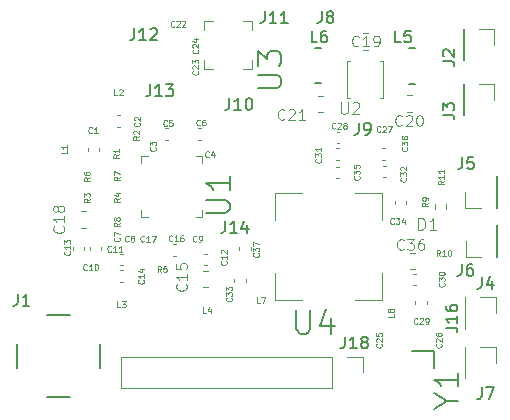
<source format=gbr>
G04 #@! TF.GenerationSoftware,KiCad,Pcbnew,(5.1.0)-1*
G04 #@! TF.CreationDate,2019-06-03T19:39:10-07:00*
G04 #@! TF.ProjectId,SDCard-PCB,53444361-7264-42d5-9043-422e6b696361,rev?*
G04 #@! TF.SameCoordinates,Original*
G04 #@! TF.FileFunction,Legend,Top*
G04 #@! TF.FilePolarity,Positive*
%FSLAX46Y46*%
G04 Gerber Fmt 4.6, Leading zero omitted, Abs format (unit mm)*
G04 Created by KiCad (PCBNEW (5.1.0)-1) date 2019-06-03 19:39:10*
%MOMM*%
%LPD*%
G04 APERTURE LIST*
%ADD10C,0.100000*%
%ADD11C,0.150000*%
%ADD12C,0.120000*%
%ADD13C,0.200000*%
%ADD14C,0.050000*%
%ADD15C,0.090000*%
G04 APERTURE END LIST*
D10*
X116595000Y-65415000D02*
X116045000Y-65415000D01*
X116595000Y-65965000D02*
X116595000Y-65415000D01*
X116595000Y-70575000D02*
X116045000Y-70575000D01*
X116595000Y-70025000D02*
X116595000Y-70575000D01*
X111435000Y-70575000D02*
X111985000Y-70575000D01*
X111435000Y-70025000D02*
X111435000Y-70575000D01*
X111435000Y-65415000D02*
X111985000Y-65415000D01*
X111435000Y-65965000D02*
X111435000Y-65415000D01*
D11*
X126640000Y-59270000D02*
X126140000Y-59270000D01*
X126140000Y-56270000D02*
X126640000Y-56270000D01*
D10*
X117105000Y-75110000D02*
X116695000Y-75110000D01*
X117105000Y-76510000D02*
X116695000Y-76510000D01*
X117005000Y-73680000D02*
X116755000Y-73680000D01*
X117005000Y-74640000D02*
X116755000Y-74640000D01*
D11*
X136229800Y-81891200D02*
X134401000Y-81891200D01*
X136229800Y-83389800D02*
X136229800Y-81891200D01*
D10*
X122780000Y-77620000D02*
X125045000Y-77620000D01*
X122780000Y-75355000D02*
X122780000Y-77620000D01*
X122780000Y-68560000D02*
X125045000Y-68560000D01*
X122780000Y-70825000D02*
X122780000Y-68560000D01*
X131840000Y-68560000D02*
X129575000Y-68560000D01*
X131840000Y-70825000D02*
X131840000Y-68560000D01*
X131840000Y-77620000D02*
X129575000Y-77620000D01*
X131840000Y-75355000D02*
X131840000Y-77620000D01*
X134185000Y-74990000D02*
X134595000Y-74990000D01*
X134185000Y-73590000D02*
X134595000Y-73590000D01*
X116750000Y-53950000D02*
X116750000Y-54710000D01*
X117510000Y-53950000D02*
X116750000Y-53950000D01*
X120850000Y-53950000D02*
X120850000Y-54710000D01*
X120090000Y-53950000D02*
X120850000Y-53950000D01*
X120850000Y-58050000D02*
X120850000Y-57290000D01*
X120090000Y-58050000D02*
X120850000Y-58050000D01*
X116750000Y-58050000D02*
X116750000Y-57290000D01*
X117510000Y-58050000D02*
X116750000Y-58050000D01*
X128850000Y-57390000D02*
X129120000Y-57390000D01*
X128850000Y-60490000D02*
X128850000Y-57390000D01*
X129120000Y-60490000D02*
X128850000Y-60490000D01*
X131950000Y-57390000D02*
X131680000Y-57390000D01*
X131950000Y-60490000D02*
X131950000Y-57390000D01*
X131680000Y-60490000D02*
X131950000Y-60490000D01*
D11*
X134090000Y-56300000D02*
X134590000Y-56300000D01*
X134590000Y-59300000D02*
X134090000Y-59300000D01*
D12*
X130180000Y-82400000D02*
X130180000Y-83730000D01*
X128850000Y-82400000D02*
X130180000Y-82400000D01*
X127580000Y-82400000D02*
X127580000Y-85060000D01*
X127580000Y-85060000D02*
X109740000Y-85060000D01*
X127580000Y-82400000D02*
X109740000Y-82400000D01*
X109740000Y-82400000D02*
X109740000Y-85060000D01*
X141480000Y-81580000D02*
X141480000Y-82910000D01*
X140150000Y-81580000D02*
X141480000Y-81580000D01*
X138880000Y-81580000D02*
X138880000Y-84240000D01*
X138880000Y-84240000D02*
X138820000Y-84240000D01*
X138880000Y-81580000D02*
X138820000Y-81580000D01*
X138820000Y-81580000D02*
X138820000Y-84240000D01*
X138900000Y-73930000D02*
X138900000Y-72600000D01*
X140230000Y-73930000D02*
X138900000Y-73930000D01*
X141500000Y-73930000D02*
X141500000Y-71270000D01*
X141500000Y-71270000D02*
X141560000Y-71270000D01*
X141500000Y-73930000D02*
X141560000Y-73930000D01*
X141560000Y-73930000D02*
X141560000Y-71270000D01*
X138870000Y-69780000D02*
X138870000Y-68450000D01*
X140200000Y-69780000D02*
X138870000Y-69780000D01*
X141470000Y-69780000D02*
X141470000Y-67120000D01*
X141470000Y-67120000D02*
X141530000Y-67120000D01*
X141470000Y-69780000D02*
X141530000Y-69780000D01*
X141530000Y-69780000D02*
X141530000Y-67120000D01*
X141480000Y-77380000D02*
X141480000Y-78710000D01*
X140150000Y-77380000D02*
X141480000Y-77380000D01*
X138880000Y-77380000D02*
X138880000Y-80040000D01*
X138880000Y-80040000D02*
X138820000Y-80040000D01*
X138880000Y-77380000D02*
X138820000Y-77380000D01*
X138820000Y-77380000D02*
X138820000Y-80040000D01*
X141340000Y-59310000D02*
X141340000Y-60640000D01*
X140010000Y-59310000D02*
X141340000Y-59310000D01*
X138740000Y-59310000D02*
X138740000Y-61970000D01*
X138740000Y-61970000D02*
X138680000Y-61970000D01*
X138740000Y-59310000D02*
X138680000Y-59310000D01*
X138680000Y-59310000D02*
X138680000Y-61970000D01*
X141340000Y-54660000D02*
X141340000Y-55990000D01*
X140010000Y-54660000D02*
X141340000Y-54660000D01*
X138740000Y-54660000D02*
X138740000Y-57320000D01*
X138740000Y-57320000D02*
X138680000Y-57320000D01*
X138740000Y-54660000D02*
X138680000Y-54660000D01*
X138680000Y-54660000D02*
X138680000Y-57320000D01*
D11*
X107940000Y-81350000D02*
X107940000Y-83350000D01*
X103440000Y-78850000D02*
X105440000Y-78850000D01*
X100940000Y-83350000D02*
X100940000Y-81350000D01*
X105440000Y-85850000D02*
X103440000Y-85850000D01*
D10*
X137250000Y-69875000D02*
X137250000Y-69485000D01*
X136350000Y-69875000D02*
X136350000Y-69485000D01*
X131865000Y-65730000D02*
X132115000Y-65730000D01*
X131865000Y-64770000D02*
X132115000Y-64770000D01*
X119760000Y-73095000D02*
X119760000Y-73345000D01*
X120720000Y-73095000D02*
X120720000Y-73345000D01*
X127945000Y-67280000D02*
X128195000Y-67280000D01*
X127945000Y-66320000D02*
X128195000Y-66320000D01*
X132890000Y-69245000D02*
X132890000Y-69495000D01*
X133850000Y-69245000D02*
X133850000Y-69495000D01*
X119320000Y-75855000D02*
X119320000Y-76105000D01*
X120280000Y-75855000D02*
X120280000Y-76105000D01*
X131905000Y-67230000D02*
X132155000Y-67230000D01*
X131905000Y-66270000D02*
X132155000Y-66270000D01*
X127945000Y-65730000D02*
X128195000Y-65730000D01*
X127945000Y-64770000D02*
X128195000Y-64770000D01*
X134465000Y-76330000D02*
X134715000Y-76330000D01*
X134465000Y-75370000D02*
X134715000Y-75370000D01*
X135620000Y-77935000D02*
X135620000Y-77685000D01*
X134660000Y-77935000D02*
X134660000Y-77685000D01*
X127975000Y-64300000D02*
X128225000Y-64300000D01*
X127975000Y-63340000D02*
X128225000Y-63340000D01*
X126825000Y-60330000D02*
X126415000Y-60330000D01*
X126825000Y-61730000D02*
X126415000Y-61730000D01*
X133975000Y-61650000D02*
X134385000Y-61650000D01*
X133975000Y-60250000D02*
X134385000Y-60250000D01*
X130255000Y-56420000D02*
X130665000Y-56420000D01*
X130255000Y-55020000D02*
X130665000Y-55020000D01*
X106775000Y-70070000D02*
X106365000Y-70070000D01*
X106775000Y-71470000D02*
X106365000Y-71470000D01*
X114165000Y-73840000D02*
X114415000Y-73840000D01*
X114165000Y-72880000D02*
X114415000Y-72880000D01*
X109905000Y-75080000D02*
X109655000Y-75080000D01*
X109905000Y-76040000D02*
X109655000Y-76040000D01*
X106620000Y-73395000D02*
X106620000Y-73145000D01*
X105660000Y-73395000D02*
X105660000Y-73145000D01*
X109905000Y-73670000D02*
X109655000Y-73670000D01*
X109905000Y-74630000D02*
X109655000Y-74630000D01*
X108060000Y-73395000D02*
X108060000Y-73145000D01*
X107100000Y-73395000D02*
X107100000Y-73145000D01*
X116265000Y-64030000D02*
X116515000Y-64030000D01*
X116265000Y-63070000D02*
X116515000Y-63070000D01*
X113705000Y-63070000D02*
X113455000Y-63070000D01*
X113705000Y-64030000D02*
X113455000Y-64030000D01*
X109625000Y-61970000D02*
X109375000Y-61970000D01*
X109625000Y-62930000D02*
X109375000Y-62930000D01*
X107870000Y-64965000D02*
X107870000Y-64715000D01*
X106910000Y-64965000D02*
X106910000Y-64715000D01*
D13*
X116919761Y-70268809D02*
X118538809Y-70268809D01*
X118729285Y-70173571D01*
X118824523Y-70078333D01*
X118919761Y-69887857D01*
X118919761Y-69506904D01*
X118824523Y-69316428D01*
X118729285Y-69221190D01*
X118538809Y-69125952D01*
X116919761Y-69125952D01*
X118919761Y-67125952D02*
X118919761Y-68268809D01*
X118919761Y-67697380D02*
X116919761Y-67697380D01*
X117205476Y-67887857D01*
X117395952Y-68078333D01*
X117491190Y-68268809D01*
D14*
X116116666Y-72628571D02*
X116092857Y-72652380D01*
X116021428Y-72676190D01*
X115973809Y-72676190D01*
X115902380Y-72652380D01*
X115854761Y-72604761D01*
X115830952Y-72557142D01*
X115807142Y-72461904D01*
X115807142Y-72390476D01*
X115830952Y-72295238D01*
X115854761Y-72247619D01*
X115902380Y-72200000D01*
X115973809Y-72176190D01*
X116021428Y-72176190D01*
X116092857Y-72200000D01*
X116116666Y-72223809D01*
X116354761Y-72676190D02*
X116450000Y-72676190D01*
X116497619Y-72652380D01*
X116521428Y-72628571D01*
X116569047Y-72557142D01*
X116592857Y-72461904D01*
X116592857Y-72271428D01*
X116569047Y-72223809D01*
X116545238Y-72200000D01*
X116497619Y-72176190D01*
X116402380Y-72176190D01*
X116354761Y-72200000D01*
X116330952Y-72223809D01*
X116307142Y-72271428D01*
X116307142Y-72390476D01*
X116330952Y-72438095D01*
X116354761Y-72461904D01*
X116402380Y-72485714D01*
X116497619Y-72485714D01*
X116545238Y-72461904D01*
X116569047Y-72438095D01*
X116592857Y-72390476D01*
X117166666Y-65478571D02*
X117142857Y-65502380D01*
X117071428Y-65526190D01*
X117023809Y-65526190D01*
X116952380Y-65502380D01*
X116904761Y-65454761D01*
X116880952Y-65407142D01*
X116857142Y-65311904D01*
X116857142Y-65240476D01*
X116880952Y-65145238D01*
X116904761Y-65097619D01*
X116952380Y-65050000D01*
X117023809Y-65026190D01*
X117071428Y-65026190D01*
X117142857Y-65050000D01*
X117166666Y-65073809D01*
X117595238Y-65192857D02*
X117595238Y-65526190D01*
X117476190Y-65002380D02*
X117357142Y-65359523D01*
X117666666Y-65359523D01*
X112628571Y-64683333D02*
X112652380Y-64707142D01*
X112676190Y-64778571D01*
X112676190Y-64826190D01*
X112652380Y-64897619D01*
X112604761Y-64945238D01*
X112557142Y-64969047D01*
X112461904Y-64992857D01*
X112390476Y-64992857D01*
X112295238Y-64969047D01*
X112247619Y-64945238D01*
X112200000Y-64897619D01*
X112176190Y-64826190D01*
X112176190Y-64778571D01*
X112200000Y-64707142D01*
X112223809Y-64683333D01*
X112176190Y-64516666D02*
X112176190Y-64207142D01*
X112366666Y-64373809D01*
X112366666Y-64302380D01*
X112390476Y-64254761D01*
X112414285Y-64230952D01*
X112461904Y-64207142D01*
X112580952Y-64207142D01*
X112628571Y-64230952D01*
X112652380Y-64254761D01*
X112676190Y-64302380D01*
X112676190Y-64445238D01*
X112652380Y-64492857D01*
X112628571Y-64516666D01*
X110366666Y-72628571D02*
X110342857Y-72652380D01*
X110271428Y-72676190D01*
X110223809Y-72676190D01*
X110152380Y-72652380D01*
X110104761Y-72604761D01*
X110080952Y-72557142D01*
X110057142Y-72461904D01*
X110057142Y-72390476D01*
X110080952Y-72295238D01*
X110104761Y-72247619D01*
X110152380Y-72200000D01*
X110223809Y-72176190D01*
X110271428Y-72176190D01*
X110342857Y-72200000D01*
X110366666Y-72223809D01*
X110652380Y-72390476D02*
X110604761Y-72366666D01*
X110580952Y-72342857D01*
X110557142Y-72295238D01*
X110557142Y-72271428D01*
X110580952Y-72223809D01*
X110604761Y-72200000D01*
X110652380Y-72176190D01*
X110747619Y-72176190D01*
X110795238Y-72200000D01*
X110819047Y-72223809D01*
X110842857Y-72271428D01*
X110842857Y-72295238D01*
X110819047Y-72342857D01*
X110795238Y-72366666D01*
X110747619Y-72390476D01*
X110652380Y-72390476D01*
X110604761Y-72414285D01*
X110580952Y-72438095D01*
X110557142Y-72485714D01*
X110557142Y-72580952D01*
X110580952Y-72628571D01*
X110604761Y-72652380D01*
X110652380Y-72676190D01*
X110747619Y-72676190D01*
X110795238Y-72652380D01*
X110819047Y-72628571D01*
X110842857Y-72580952D01*
X110842857Y-72485714D01*
X110819047Y-72438095D01*
X110795238Y-72414285D01*
X110747619Y-72390476D01*
X109578571Y-72333333D02*
X109602380Y-72357142D01*
X109626190Y-72428571D01*
X109626190Y-72476190D01*
X109602380Y-72547619D01*
X109554761Y-72595238D01*
X109507142Y-72619047D01*
X109411904Y-72642857D01*
X109340476Y-72642857D01*
X109245238Y-72619047D01*
X109197619Y-72595238D01*
X109150000Y-72547619D01*
X109126190Y-72476190D01*
X109126190Y-72428571D01*
X109150000Y-72357142D01*
X109173809Y-72333333D01*
X109126190Y-72166666D02*
X109126190Y-71833333D01*
X109626190Y-72047619D01*
D11*
X118540476Y-70922380D02*
X118540476Y-71636666D01*
X118492857Y-71779523D01*
X118397619Y-71874761D01*
X118254761Y-71922380D01*
X118159523Y-71922380D01*
X119540476Y-71922380D02*
X118969047Y-71922380D01*
X119254761Y-71922380D02*
X119254761Y-70922380D01*
X119159523Y-71065238D01*
X119064285Y-71160476D01*
X118969047Y-71208095D01*
X120397619Y-71255714D02*
X120397619Y-71922380D01*
X120159523Y-70874761D02*
X119921428Y-71589047D01*
X120540476Y-71589047D01*
X126333333Y-55802380D02*
X125857142Y-55802380D01*
X125857142Y-54802380D01*
X127095238Y-54802380D02*
X126904761Y-54802380D01*
X126809523Y-54850000D01*
X126761904Y-54897619D01*
X126666666Y-55040476D01*
X126619047Y-55230952D01*
X126619047Y-55611904D01*
X126666666Y-55707142D01*
X126714285Y-55754761D01*
X126809523Y-55802380D01*
X127000000Y-55802380D01*
X127095238Y-55754761D01*
X127142857Y-55707142D01*
X127190476Y-55611904D01*
X127190476Y-55373809D01*
X127142857Y-55278571D01*
X127095238Y-55230952D01*
X127000000Y-55183333D01*
X126809523Y-55183333D01*
X126714285Y-55230952D01*
X126666666Y-55278571D01*
X126619047Y-55373809D01*
D15*
X115228571Y-76241428D02*
X115272380Y-76285238D01*
X115316190Y-76416666D01*
X115316190Y-76504285D01*
X115272380Y-76635714D01*
X115184761Y-76723333D01*
X115097142Y-76767142D01*
X114921904Y-76810952D01*
X114790476Y-76810952D01*
X114615238Y-76767142D01*
X114527619Y-76723333D01*
X114440000Y-76635714D01*
X114396190Y-76504285D01*
X114396190Y-76416666D01*
X114440000Y-76285238D01*
X114483809Y-76241428D01*
X115316190Y-75365238D02*
X115316190Y-75890952D01*
X115316190Y-75628095D02*
X114396190Y-75628095D01*
X114527619Y-75715714D01*
X114615238Y-75803333D01*
X114659047Y-75890952D01*
X114396190Y-74532857D02*
X114396190Y-74970952D01*
X114834285Y-75014761D01*
X114790476Y-74970952D01*
X114746666Y-74883333D01*
X114746666Y-74664285D01*
X114790476Y-74576666D01*
X114834285Y-74532857D01*
X114921904Y-74489047D01*
X115140952Y-74489047D01*
X115228571Y-74532857D01*
X115272380Y-74576666D01*
X115316190Y-74664285D01*
X115316190Y-74883333D01*
X115272380Y-74970952D01*
X115228571Y-75014761D01*
D14*
X116913333Y-78735238D02*
X116665714Y-78735238D01*
X116665714Y-78215238D01*
X117309523Y-78388571D02*
X117309523Y-78735238D01*
X117185714Y-78190476D02*
X117061904Y-78561904D01*
X117383809Y-78561904D01*
X118628571Y-74321428D02*
X118652380Y-74345238D01*
X118676190Y-74416666D01*
X118676190Y-74464285D01*
X118652380Y-74535714D01*
X118604761Y-74583333D01*
X118557142Y-74607142D01*
X118461904Y-74630952D01*
X118390476Y-74630952D01*
X118295238Y-74607142D01*
X118247619Y-74583333D01*
X118200000Y-74535714D01*
X118176190Y-74464285D01*
X118176190Y-74416666D01*
X118200000Y-74345238D01*
X118223809Y-74321428D01*
X118676190Y-73845238D02*
X118676190Y-74130952D01*
X118676190Y-73988095D02*
X118176190Y-73988095D01*
X118247619Y-74035714D01*
X118295238Y-74083333D01*
X118319047Y-74130952D01*
X118223809Y-73654761D02*
X118200000Y-73630952D01*
X118176190Y-73583333D01*
X118176190Y-73464285D01*
X118200000Y-73416666D01*
X118223809Y-73392857D01*
X118271428Y-73369047D01*
X118319047Y-73369047D01*
X118390476Y-73392857D01*
X118676190Y-73678571D01*
X118676190Y-73369047D01*
X131778571Y-81321428D02*
X131802380Y-81345238D01*
X131826190Y-81416666D01*
X131826190Y-81464285D01*
X131802380Y-81535714D01*
X131754761Y-81583333D01*
X131707142Y-81607142D01*
X131611904Y-81630952D01*
X131540476Y-81630952D01*
X131445238Y-81607142D01*
X131397619Y-81583333D01*
X131350000Y-81535714D01*
X131326190Y-81464285D01*
X131326190Y-81416666D01*
X131350000Y-81345238D01*
X131373809Y-81321428D01*
X131373809Y-81130952D02*
X131350000Y-81107142D01*
X131326190Y-81059523D01*
X131326190Y-80940476D01*
X131350000Y-80892857D01*
X131373809Y-80869047D01*
X131421428Y-80845238D01*
X131469047Y-80845238D01*
X131540476Y-80869047D01*
X131826190Y-81154761D01*
X131826190Y-80845238D01*
X131326190Y-80392857D02*
X131326190Y-80630952D01*
X131564285Y-80654761D01*
X131540476Y-80630952D01*
X131516666Y-80583333D01*
X131516666Y-80464285D01*
X131540476Y-80416666D01*
X131564285Y-80392857D01*
X131611904Y-80369047D01*
X131730952Y-80369047D01*
X131778571Y-80392857D01*
X131802380Y-80416666D01*
X131826190Y-80464285D01*
X131826190Y-80583333D01*
X131802380Y-80630952D01*
X131778571Y-80654761D01*
X136828571Y-81321428D02*
X136852380Y-81345238D01*
X136876190Y-81416666D01*
X136876190Y-81464285D01*
X136852380Y-81535714D01*
X136804761Y-81583333D01*
X136757142Y-81607142D01*
X136661904Y-81630952D01*
X136590476Y-81630952D01*
X136495238Y-81607142D01*
X136447619Y-81583333D01*
X136400000Y-81535714D01*
X136376190Y-81464285D01*
X136376190Y-81416666D01*
X136400000Y-81345238D01*
X136423809Y-81321428D01*
X136423809Y-81130952D02*
X136400000Y-81107142D01*
X136376190Y-81059523D01*
X136376190Y-80940476D01*
X136400000Y-80892857D01*
X136423809Y-80869047D01*
X136471428Y-80845238D01*
X136519047Y-80845238D01*
X136590476Y-80869047D01*
X136876190Y-81154761D01*
X136876190Y-80845238D01*
X136376190Y-80416666D02*
X136376190Y-80511904D01*
X136400000Y-80559523D01*
X136423809Y-80583333D01*
X136495238Y-80630952D01*
X136590476Y-80654761D01*
X136780952Y-80654761D01*
X136828571Y-80630952D01*
X136852380Y-80607142D01*
X136876190Y-80559523D01*
X136876190Y-80464285D01*
X136852380Y-80416666D01*
X136828571Y-80392857D01*
X136780952Y-80369047D01*
X136661904Y-80369047D01*
X136614285Y-80392857D01*
X136590476Y-80416666D01*
X136566666Y-80464285D01*
X136566666Y-80559523D01*
X136590476Y-80607142D01*
X136614285Y-80630952D01*
X136661904Y-80654761D01*
D13*
X137302380Y-86152380D02*
X138254761Y-86152380D01*
X136254761Y-86819047D02*
X137302380Y-86152380D01*
X136254761Y-85485714D01*
X138254761Y-83771428D02*
X138254761Y-84914285D01*
X138254761Y-84342857D02*
X136254761Y-84342857D01*
X136540476Y-84533333D01*
X136730952Y-84723809D01*
X136826190Y-84914285D01*
X124576190Y-78454761D02*
X124576190Y-80073809D01*
X124671428Y-80264285D01*
X124766666Y-80359523D01*
X124957142Y-80454761D01*
X125338095Y-80454761D01*
X125528571Y-80359523D01*
X125623809Y-80264285D01*
X125719047Y-80073809D01*
X125719047Y-78454761D01*
X127528571Y-79121428D02*
X127528571Y-80454761D01*
X127052380Y-78359523D02*
X126576190Y-79788095D01*
X127814285Y-79788095D01*
D14*
X136728571Y-73876190D02*
X136561904Y-73638095D01*
X136442857Y-73876190D02*
X136442857Y-73376190D01*
X136633333Y-73376190D01*
X136680952Y-73400000D01*
X136704761Y-73423809D01*
X136728571Y-73471428D01*
X136728571Y-73542857D01*
X136704761Y-73590476D01*
X136680952Y-73614285D01*
X136633333Y-73638095D01*
X136442857Y-73638095D01*
X137204761Y-73876190D02*
X136919047Y-73876190D01*
X137061904Y-73876190D02*
X137061904Y-73376190D01*
X137014285Y-73447619D01*
X136966666Y-73495238D01*
X136919047Y-73519047D01*
X137514285Y-73376190D02*
X137561904Y-73376190D01*
X137609523Y-73400000D01*
X137633333Y-73423809D01*
X137657142Y-73471428D01*
X137680952Y-73566666D01*
X137680952Y-73685714D01*
X137657142Y-73780952D01*
X137633333Y-73828571D01*
X137609523Y-73852380D01*
X137561904Y-73876190D01*
X137514285Y-73876190D01*
X137466666Y-73852380D01*
X137442857Y-73828571D01*
X137419047Y-73780952D01*
X137395238Y-73685714D01*
X137395238Y-73566666D01*
X137419047Y-73471428D01*
X137442857Y-73423809D01*
X137466666Y-73400000D01*
X137514285Y-73376190D01*
X135726190Y-69383333D02*
X135488095Y-69550000D01*
X135726190Y-69669047D02*
X135226190Y-69669047D01*
X135226190Y-69478571D01*
X135250000Y-69430952D01*
X135273809Y-69407142D01*
X135321428Y-69383333D01*
X135392857Y-69383333D01*
X135440476Y-69407142D01*
X135464285Y-69430952D01*
X135488095Y-69478571D01*
X135488095Y-69669047D01*
X135726190Y-69145238D02*
X135726190Y-69050000D01*
X135702380Y-69002380D01*
X135678571Y-68978571D01*
X135607142Y-68930952D01*
X135511904Y-68907142D01*
X135321428Y-68907142D01*
X135273809Y-68930952D01*
X135250000Y-68954761D01*
X135226190Y-69002380D01*
X135226190Y-69097619D01*
X135250000Y-69145238D01*
X135273809Y-69169047D01*
X135321428Y-69192857D01*
X135440476Y-69192857D01*
X135488095Y-69169047D01*
X135511904Y-69145238D01*
X135535714Y-69097619D01*
X135535714Y-69002380D01*
X135511904Y-68954761D01*
X135488095Y-68930952D01*
X135440476Y-68907142D01*
D15*
X133658571Y-73278571D02*
X133614761Y-73322380D01*
X133483333Y-73366190D01*
X133395714Y-73366190D01*
X133264285Y-73322380D01*
X133176666Y-73234761D01*
X133132857Y-73147142D01*
X133089047Y-72971904D01*
X133089047Y-72840476D01*
X133132857Y-72665238D01*
X133176666Y-72577619D01*
X133264285Y-72490000D01*
X133395714Y-72446190D01*
X133483333Y-72446190D01*
X133614761Y-72490000D01*
X133658571Y-72533809D01*
X133965238Y-72446190D02*
X134534761Y-72446190D01*
X134228095Y-72796666D01*
X134359523Y-72796666D01*
X134447142Y-72840476D01*
X134490952Y-72884285D01*
X134534761Y-72971904D01*
X134534761Y-73190952D01*
X134490952Y-73278571D01*
X134447142Y-73322380D01*
X134359523Y-73366190D01*
X134096666Y-73366190D01*
X134009047Y-73322380D01*
X133965238Y-73278571D01*
X135323333Y-72446190D02*
X135148095Y-72446190D01*
X135060476Y-72490000D01*
X135016666Y-72533809D01*
X134929047Y-72665238D01*
X134885238Y-72840476D01*
X134885238Y-73190952D01*
X134929047Y-73278571D01*
X134972857Y-73322380D01*
X135060476Y-73366190D01*
X135235714Y-73366190D01*
X135323333Y-73322380D01*
X135367142Y-73278571D01*
X135410952Y-73190952D01*
X135410952Y-72971904D01*
X135367142Y-72884285D01*
X135323333Y-72840476D01*
X135235714Y-72796666D01*
X135060476Y-72796666D01*
X134972857Y-72840476D01*
X134929047Y-72884285D01*
X134885238Y-72971904D01*
D14*
X132835238Y-78786666D02*
X132835238Y-79034285D01*
X132315238Y-79034285D01*
X132538095Y-78539047D02*
X132513333Y-78588571D01*
X132488571Y-78613333D01*
X132439047Y-78638095D01*
X132414285Y-78638095D01*
X132364761Y-78613333D01*
X132340000Y-78588571D01*
X132315238Y-78539047D01*
X132315238Y-78440000D01*
X132340000Y-78390476D01*
X132364761Y-78365714D01*
X132414285Y-78340952D01*
X132439047Y-78340952D01*
X132488571Y-78365714D01*
X132513333Y-78390476D01*
X132538095Y-78440000D01*
X132538095Y-78539047D01*
X132562857Y-78588571D01*
X132587619Y-78613333D01*
X132637142Y-78638095D01*
X132736190Y-78638095D01*
X132785714Y-78613333D01*
X132810476Y-78588571D01*
X132835238Y-78539047D01*
X132835238Y-78440000D01*
X132810476Y-78390476D01*
X132785714Y-78365714D01*
X132736190Y-78340952D01*
X132637142Y-78340952D01*
X132587619Y-78365714D01*
X132562857Y-78390476D01*
X132538095Y-78440000D01*
D11*
X112190476Y-59352380D02*
X112190476Y-60066666D01*
X112142857Y-60209523D01*
X112047619Y-60304761D01*
X111904761Y-60352380D01*
X111809523Y-60352380D01*
X113190476Y-60352380D02*
X112619047Y-60352380D01*
X112904761Y-60352380D02*
X112904761Y-59352380D01*
X112809523Y-59495238D01*
X112714285Y-59590476D01*
X112619047Y-59638095D01*
X113523809Y-59352380D02*
X114142857Y-59352380D01*
X113809523Y-59733333D01*
X113952380Y-59733333D01*
X114047619Y-59780952D01*
X114095238Y-59828571D01*
X114142857Y-59923809D01*
X114142857Y-60161904D01*
X114095238Y-60257142D01*
X114047619Y-60304761D01*
X113952380Y-60352380D01*
X113666666Y-60352380D01*
X113571428Y-60304761D01*
X113523809Y-60257142D01*
D13*
X121304761Y-59673809D02*
X122923809Y-59673809D01*
X123114285Y-59578571D01*
X123209523Y-59483333D01*
X123304761Y-59292857D01*
X123304761Y-58911904D01*
X123209523Y-58721428D01*
X123114285Y-58626190D01*
X122923809Y-58530952D01*
X121304761Y-58530952D01*
X121304761Y-57769047D02*
X121304761Y-56530952D01*
X122066666Y-57197619D01*
X122066666Y-56911904D01*
X122161904Y-56721428D01*
X122257142Y-56626190D01*
X122447619Y-56530952D01*
X122923809Y-56530952D01*
X123114285Y-56626190D01*
X123209523Y-56721428D01*
X123304761Y-56911904D01*
X123304761Y-57483333D01*
X123209523Y-57673809D01*
X123114285Y-57769047D01*
D10*
X128338095Y-60852380D02*
X128338095Y-61661904D01*
X128385714Y-61757142D01*
X128433333Y-61804761D01*
X128528571Y-61852380D01*
X128719047Y-61852380D01*
X128814285Y-61804761D01*
X128861904Y-61757142D01*
X128909523Y-61661904D01*
X128909523Y-60852380D01*
X129338095Y-60947619D02*
X129385714Y-60900000D01*
X129480952Y-60852380D01*
X129719047Y-60852380D01*
X129814285Y-60900000D01*
X129861904Y-60947619D01*
X129909523Y-61042857D01*
X129909523Y-61138095D01*
X129861904Y-61280952D01*
X129290476Y-61852380D01*
X129909523Y-61852380D01*
D14*
X137066190Y-67531428D02*
X136828095Y-67698095D01*
X137066190Y-67817142D02*
X136566190Y-67817142D01*
X136566190Y-67626666D01*
X136590000Y-67579047D01*
X136613809Y-67555238D01*
X136661428Y-67531428D01*
X136732857Y-67531428D01*
X136780476Y-67555238D01*
X136804285Y-67579047D01*
X136828095Y-67626666D01*
X136828095Y-67817142D01*
X137066190Y-67055238D02*
X137066190Y-67340952D01*
X137066190Y-67198095D02*
X136566190Y-67198095D01*
X136637619Y-67245714D01*
X136685238Y-67293333D01*
X136709047Y-67340952D01*
X137066190Y-66579047D02*
X137066190Y-66864761D01*
X137066190Y-66721904D02*
X136566190Y-66721904D01*
X136637619Y-66769523D01*
X136685238Y-66817142D01*
X136709047Y-66864761D01*
X109626190Y-71083333D02*
X109388095Y-71250000D01*
X109626190Y-71369047D02*
X109126190Y-71369047D01*
X109126190Y-71178571D01*
X109150000Y-71130952D01*
X109173809Y-71107142D01*
X109221428Y-71083333D01*
X109292857Y-71083333D01*
X109340476Y-71107142D01*
X109364285Y-71130952D01*
X109388095Y-71178571D01*
X109388095Y-71369047D01*
X109340476Y-70797619D02*
X109316666Y-70845238D01*
X109292857Y-70869047D01*
X109245238Y-70892857D01*
X109221428Y-70892857D01*
X109173809Y-70869047D01*
X109150000Y-70845238D01*
X109126190Y-70797619D01*
X109126190Y-70702380D01*
X109150000Y-70654761D01*
X109173809Y-70630952D01*
X109221428Y-70607142D01*
X109245238Y-70607142D01*
X109292857Y-70630952D01*
X109316666Y-70654761D01*
X109340476Y-70702380D01*
X109340476Y-70797619D01*
X109364285Y-70845238D01*
X109388095Y-70869047D01*
X109435714Y-70892857D01*
X109530952Y-70892857D01*
X109578571Y-70869047D01*
X109602380Y-70845238D01*
X109626190Y-70797619D01*
X109626190Y-70702380D01*
X109602380Y-70654761D01*
X109578571Y-70630952D01*
X109530952Y-70607142D01*
X109435714Y-70607142D01*
X109388095Y-70630952D01*
X109364285Y-70654761D01*
X109340476Y-70702380D01*
X109626190Y-67183333D02*
X109388095Y-67350000D01*
X109626190Y-67469047D02*
X109126190Y-67469047D01*
X109126190Y-67278571D01*
X109150000Y-67230952D01*
X109173809Y-67207142D01*
X109221428Y-67183333D01*
X109292857Y-67183333D01*
X109340476Y-67207142D01*
X109364285Y-67230952D01*
X109388095Y-67278571D01*
X109388095Y-67469047D01*
X109126190Y-67016666D02*
X109126190Y-66683333D01*
X109626190Y-66897619D01*
X107076190Y-67233333D02*
X106838095Y-67400000D01*
X107076190Y-67519047D02*
X106576190Y-67519047D01*
X106576190Y-67328571D01*
X106600000Y-67280952D01*
X106623809Y-67257142D01*
X106671428Y-67233333D01*
X106742857Y-67233333D01*
X106790476Y-67257142D01*
X106814285Y-67280952D01*
X106838095Y-67328571D01*
X106838095Y-67519047D01*
X106576190Y-66804761D02*
X106576190Y-66900000D01*
X106600000Y-66947619D01*
X106623809Y-66971428D01*
X106695238Y-67019047D01*
X106790476Y-67042857D01*
X106980952Y-67042857D01*
X107028571Y-67019047D01*
X107052380Y-66995238D01*
X107076190Y-66947619D01*
X107076190Y-66852380D01*
X107052380Y-66804761D01*
X107028571Y-66780952D01*
X106980952Y-66757142D01*
X106861904Y-66757142D01*
X106814285Y-66780952D01*
X106790476Y-66804761D01*
X106766666Y-66852380D01*
X106766666Y-66947619D01*
X106790476Y-66995238D01*
X106814285Y-67019047D01*
X106861904Y-67042857D01*
X113116666Y-75226190D02*
X112950000Y-74988095D01*
X112830952Y-75226190D02*
X112830952Y-74726190D01*
X113021428Y-74726190D01*
X113069047Y-74750000D01*
X113092857Y-74773809D01*
X113116666Y-74821428D01*
X113116666Y-74892857D01*
X113092857Y-74940476D01*
X113069047Y-74964285D01*
X113021428Y-74988095D01*
X112830952Y-74988095D01*
X113569047Y-74726190D02*
X113330952Y-74726190D01*
X113307142Y-74964285D01*
X113330952Y-74940476D01*
X113378571Y-74916666D01*
X113497619Y-74916666D01*
X113545238Y-74940476D01*
X113569047Y-74964285D01*
X113592857Y-75011904D01*
X113592857Y-75130952D01*
X113569047Y-75178571D01*
X113545238Y-75202380D01*
X113497619Y-75226190D01*
X113378571Y-75226190D01*
X113330952Y-75202380D01*
X113307142Y-75178571D01*
X109626190Y-69008333D02*
X109388095Y-69175000D01*
X109626190Y-69294047D02*
X109126190Y-69294047D01*
X109126190Y-69103571D01*
X109150000Y-69055952D01*
X109173809Y-69032142D01*
X109221428Y-69008333D01*
X109292857Y-69008333D01*
X109340476Y-69032142D01*
X109364285Y-69055952D01*
X109388095Y-69103571D01*
X109388095Y-69294047D01*
X109292857Y-68579761D02*
X109626190Y-68579761D01*
X109102380Y-68698809D02*
X109459523Y-68817857D01*
X109459523Y-68508333D01*
X107076190Y-69033333D02*
X106838095Y-69200000D01*
X107076190Y-69319047D02*
X106576190Y-69319047D01*
X106576190Y-69128571D01*
X106600000Y-69080952D01*
X106623809Y-69057142D01*
X106671428Y-69033333D01*
X106742857Y-69033333D01*
X106790476Y-69057142D01*
X106814285Y-69080952D01*
X106838095Y-69128571D01*
X106838095Y-69319047D01*
X106576190Y-68866666D02*
X106576190Y-68557142D01*
X106766666Y-68723809D01*
X106766666Y-68652380D01*
X106790476Y-68604761D01*
X106814285Y-68580952D01*
X106861904Y-68557142D01*
X106980952Y-68557142D01*
X107028571Y-68580952D01*
X107052380Y-68604761D01*
X107076190Y-68652380D01*
X107076190Y-68795238D01*
X107052380Y-68842857D01*
X107028571Y-68866666D01*
X111276190Y-63733333D02*
X111038095Y-63900000D01*
X111276190Y-64019047D02*
X110776190Y-64019047D01*
X110776190Y-63828571D01*
X110800000Y-63780952D01*
X110823809Y-63757142D01*
X110871428Y-63733333D01*
X110942857Y-63733333D01*
X110990476Y-63757142D01*
X111014285Y-63780952D01*
X111038095Y-63828571D01*
X111038095Y-64019047D01*
X110823809Y-63542857D02*
X110800000Y-63519047D01*
X110776190Y-63471428D01*
X110776190Y-63352380D01*
X110800000Y-63304761D01*
X110823809Y-63280952D01*
X110871428Y-63257142D01*
X110919047Y-63257142D01*
X110990476Y-63280952D01*
X111276190Y-63566666D01*
X111276190Y-63257142D01*
X109576190Y-65283333D02*
X109338095Y-65450000D01*
X109576190Y-65569047D02*
X109076190Y-65569047D01*
X109076190Y-65378571D01*
X109100000Y-65330952D01*
X109123809Y-65307142D01*
X109171428Y-65283333D01*
X109242857Y-65283333D01*
X109290476Y-65307142D01*
X109314285Y-65330952D01*
X109338095Y-65378571D01*
X109338095Y-65569047D01*
X109576190Y-64807142D02*
X109576190Y-65092857D01*
X109576190Y-64950000D02*
X109076190Y-64950000D01*
X109147619Y-64997619D01*
X109195238Y-65045238D01*
X109219047Y-65092857D01*
X121463333Y-77835238D02*
X121215714Y-77835238D01*
X121215714Y-77315238D01*
X121587142Y-77315238D02*
X121933809Y-77315238D01*
X121710952Y-77835238D01*
D11*
X133433333Y-55802380D02*
X132957142Y-55802380D01*
X132957142Y-54802380D01*
X134242857Y-54802380D02*
X133766666Y-54802380D01*
X133719047Y-55278571D01*
X133766666Y-55230952D01*
X133861904Y-55183333D01*
X134100000Y-55183333D01*
X134195238Y-55230952D01*
X134242857Y-55278571D01*
X134290476Y-55373809D01*
X134290476Y-55611904D01*
X134242857Y-55707142D01*
X134195238Y-55754761D01*
X134100000Y-55802380D01*
X133861904Y-55802380D01*
X133766666Y-55754761D01*
X133719047Y-55707142D01*
D14*
X109663333Y-78235238D02*
X109415714Y-78235238D01*
X109415714Y-77715238D01*
X109787142Y-77715238D02*
X110109047Y-77715238D01*
X109935714Y-77913333D01*
X110010000Y-77913333D01*
X110059523Y-77938095D01*
X110084285Y-77962857D01*
X110109047Y-78012380D01*
X110109047Y-78136190D01*
X110084285Y-78185714D01*
X110059523Y-78210476D01*
X110010000Y-78235238D01*
X109861428Y-78235238D01*
X109811904Y-78210476D01*
X109787142Y-78185714D01*
X109413333Y-60285238D02*
X109165714Y-60285238D01*
X109165714Y-59765238D01*
X109561904Y-59814761D02*
X109586666Y-59790000D01*
X109636190Y-59765238D01*
X109760000Y-59765238D01*
X109809523Y-59790000D01*
X109834285Y-59814761D01*
X109859047Y-59864285D01*
X109859047Y-59913809D01*
X109834285Y-59988095D01*
X109537142Y-60285238D01*
X109859047Y-60285238D01*
X105185238Y-64936666D02*
X105185238Y-65184285D01*
X104665238Y-65184285D01*
X105185238Y-64490952D02*
X105185238Y-64788095D01*
X105185238Y-64639523D02*
X104665238Y-64639523D01*
X104739523Y-64689047D01*
X104789047Y-64738571D01*
X104813809Y-64788095D01*
D11*
X128690476Y-80702380D02*
X128690476Y-81416666D01*
X128642857Y-81559523D01*
X128547619Y-81654761D01*
X128404761Y-81702380D01*
X128309523Y-81702380D01*
X129690476Y-81702380D02*
X129119047Y-81702380D01*
X129404761Y-81702380D02*
X129404761Y-80702380D01*
X129309523Y-80845238D01*
X129214285Y-80940476D01*
X129119047Y-80988095D01*
X130261904Y-81130952D02*
X130166666Y-81083333D01*
X130119047Y-81035714D01*
X130071428Y-80940476D01*
X130071428Y-80892857D01*
X130119047Y-80797619D01*
X130166666Y-80750000D01*
X130261904Y-80702380D01*
X130452380Y-80702380D01*
X130547619Y-80750000D01*
X130595238Y-80797619D01*
X130642857Y-80892857D01*
X130642857Y-80940476D01*
X130595238Y-81035714D01*
X130547619Y-81083333D01*
X130452380Y-81130952D01*
X130261904Y-81130952D01*
X130166666Y-81178571D01*
X130119047Y-81226190D01*
X130071428Y-81321428D01*
X130071428Y-81511904D01*
X130119047Y-81607142D01*
X130166666Y-81654761D01*
X130261904Y-81702380D01*
X130452380Y-81702380D01*
X130547619Y-81654761D01*
X130595238Y-81607142D01*
X130642857Y-81511904D01*
X130642857Y-81321428D01*
X130595238Y-81226190D01*
X130547619Y-81178571D01*
X130452380Y-81130952D01*
X137202380Y-79959523D02*
X137916666Y-79959523D01*
X138059523Y-80007142D01*
X138154761Y-80102380D01*
X138202380Y-80245238D01*
X138202380Y-80340476D01*
X138202380Y-78959523D02*
X138202380Y-79530952D01*
X138202380Y-79245238D02*
X137202380Y-79245238D01*
X137345238Y-79340476D01*
X137440476Y-79435714D01*
X137488095Y-79530952D01*
X137202380Y-78102380D02*
X137202380Y-78292857D01*
X137250000Y-78388095D01*
X137297619Y-78435714D01*
X137440476Y-78530952D01*
X137630952Y-78578571D01*
X138011904Y-78578571D01*
X138107142Y-78530952D01*
X138154761Y-78483333D01*
X138202380Y-78388095D01*
X138202380Y-78197619D01*
X138154761Y-78102380D01*
X138107142Y-78054761D01*
X138011904Y-78007142D01*
X137773809Y-78007142D01*
X137678571Y-78054761D01*
X137630952Y-78102380D01*
X137583333Y-78197619D01*
X137583333Y-78388095D01*
X137630952Y-78483333D01*
X137678571Y-78530952D01*
X137773809Y-78578571D01*
X110840476Y-54602380D02*
X110840476Y-55316666D01*
X110792857Y-55459523D01*
X110697619Y-55554761D01*
X110554761Y-55602380D01*
X110459523Y-55602380D01*
X111840476Y-55602380D02*
X111269047Y-55602380D01*
X111554761Y-55602380D02*
X111554761Y-54602380D01*
X111459523Y-54745238D01*
X111364285Y-54840476D01*
X111269047Y-54888095D01*
X112221428Y-54697619D02*
X112269047Y-54650000D01*
X112364285Y-54602380D01*
X112602380Y-54602380D01*
X112697619Y-54650000D01*
X112745238Y-54697619D01*
X112792857Y-54792857D01*
X112792857Y-54888095D01*
X112745238Y-55030952D01*
X112173809Y-55602380D01*
X112792857Y-55602380D01*
X121890476Y-53152380D02*
X121890476Y-53866666D01*
X121842857Y-54009523D01*
X121747619Y-54104761D01*
X121604761Y-54152380D01*
X121509523Y-54152380D01*
X122890476Y-54152380D02*
X122319047Y-54152380D01*
X122604761Y-54152380D02*
X122604761Y-53152380D01*
X122509523Y-53295238D01*
X122414285Y-53390476D01*
X122319047Y-53438095D01*
X123842857Y-54152380D02*
X123271428Y-54152380D01*
X123557142Y-54152380D02*
X123557142Y-53152380D01*
X123461904Y-53295238D01*
X123366666Y-53390476D01*
X123271428Y-53438095D01*
X118890476Y-60502380D02*
X118890476Y-61216666D01*
X118842857Y-61359523D01*
X118747619Y-61454761D01*
X118604761Y-61502380D01*
X118509523Y-61502380D01*
X119890476Y-61502380D02*
X119319047Y-61502380D01*
X119604761Y-61502380D02*
X119604761Y-60502380D01*
X119509523Y-60645238D01*
X119414285Y-60740476D01*
X119319047Y-60788095D01*
X120509523Y-60502380D02*
X120604761Y-60502380D01*
X120700000Y-60550000D01*
X120747619Y-60597619D01*
X120795238Y-60692857D01*
X120842857Y-60883333D01*
X120842857Y-61121428D01*
X120795238Y-61311904D01*
X120747619Y-61407142D01*
X120700000Y-61454761D01*
X120604761Y-61502380D01*
X120509523Y-61502380D01*
X120414285Y-61454761D01*
X120366666Y-61407142D01*
X120319047Y-61311904D01*
X120271428Y-61121428D01*
X120271428Y-60883333D01*
X120319047Y-60692857D01*
X120366666Y-60597619D01*
X120414285Y-60550000D01*
X120509523Y-60502380D01*
X129866666Y-62602380D02*
X129866666Y-63316666D01*
X129819047Y-63459523D01*
X129723809Y-63554761D01*
X129580952Y-63602380D01*
X129485714Y-63602380D01*
X130390476Y-63602380D02*
X130580952Y-63602380D01*
X130676190Y-63554761D01*
X130723809Y-63507142D01*
X130819047Y-63364285D01*
X130866666Y-63173809D01*
X130866666Y-62792857D01*
X130819047Y-62697619D01*
X130771428Y-62650000D01*
X130676190Y-62602380D01*
X130485714Y-62602380D01*
X130390476Y-62650000D01*
X130342857Y-62697619D01*
X130295238Y-62792857D01*
X130295238Y-63030952D01*
X130342857Y-63126190D01*
X130390476Y-63173809D01*
X130485714Y-63221428D01*
X130676190Y-63221428D01*
X130771428Y-63173809D01*
X130819047Y-63126190D01*
X130866666Y-63030952D01*
X126716666Y-53152380D02*
X126716666Y-53866666D01*
X126669047Y-54009523D01*
X126573809Y-54104761D01*
X126430952Y-54152380D01*
X126335714Y-54152380D01*
X127335714Y-53580952D02*
X127240476Y-53533333D01*
X127192857Y-53485714D01*
X127145238Y-53390476D01*
X127145238Y-53342857D01*
X127192857Y-53247619D01*
X127240476Y-53200000D01*
X127335714Y-53152380D01*
X127526190Y-53152380D01*
X127621428Y-53200000D01*
X127669047Y-53247619D01*
X127716666Y-53342857D01*
X127716666Y-53390476D01*
X127669047Y-53485714D01*
X127621428Y-53533333D01*
X127526190Y-53580952D01*
X127335714Y-53580952D01*
X127240476Y-53628571D01*
X127192857Y-53676190D01*
X127145238Y-53771428D01*
X127145238Y-53961904D01*
X127192857Y-54057142D01*
X127240476Y-54104761D01*
X127335714Y-54152380D01*
X127526190Y-54152380D01*
X127621428Y-54104761D01*
X127669047Y-54057142D01*
X127716666Y-53961904D01*
X127716666Y-53771428D01*
X127669047Y-53676190D01*
X127621428Y-53628571D01*
X127526190Y-53580952D01*
X140266666Y-85002380D02*
X140266666Y-85716666D01*
X140219047Y-85859523D01*
X140123809Y-85954761D01*
X139980952Y-86002380D01*
X139885714Y-86002380D01*
X140647619Y-85002380D02*
X141314285Y-85002380D01*
X140885714Y-86002380D01*
X138566666Y-74552380D02*
X138566666Y-75266666D01*
X138519047Y-75409523D01*
X138423809Y-75504761D01*
X138280952Y-75552380D01*
X138185714Y-75552380D01*
X139471428Y-74552380D02*
X139280952Y-74552380D01*
X139185714Y-74600000D01*
X139138095Y-74647619D01*
X139042857Y-74790476D01*
X138995238Y-74980952D01*
X138995238Y-75361904D01*
X139042857Y-75457142D01*
X139090476Y-75504761D01*
X139185714Y-75552380D01*
X139376190Y-75552380D01*
X139471428Y-75504761D01*
X139519047Y-75457142D01*
X139566666Y-75361904D01*
X139566666Y-75123809D01*
X139519047Y-75028571D01*
X139471428Y-74980952D01*
X139376190Y-74933333D01*
X139185714Y-74933333D01*
X139090476Y-74980952D01*
X139042857Y-75028571D01*
X138995238Y-75123809D01*
X138616666Y-65502380D02*
X138616666Y-66216666D01*
X138569047Y-66359523D01*
X138473809Y-66454761D01*
X138330952Y-66502380D01*
X138235714Y-66502380D01*
X139569047Y-65502380D02*
X139092857Y-65502380D01*
X139045238Y-65978571D01*
X139092857Y-65930952D01*
X139188095Y-65883333D01*
X139426190Y-65883333D01*
X139521428Y-65930952D01*
X139569047Y-65978571D01*
X139616666Y-66073809D01*
X139616666Y-66311904D01*
X139569047Y-66407142D01*
X139521428Y-66454761D01*
X139426190Y-66502380D01*
X139188095Y-66502380D01*
X139092857Y-66454761D01*
X139045238Y-66407142D01*
X140266666Y-75652380D02*
X140266666Y-76366666D01*
X140219047Y-76509523D01*
X140123809Y-76604761D01*
X139980952Y-76652380D01*
X139885714Y-76652380D01*
X141171428Y-75985714D02*
X141171428Y-76652380D01*
X140933333Y-75604761D02*
X140695238Y-76319047D01*
X141314285Y-76319047D01*
X136952380Y-61933333D02*
X137666666Y-61933333D01*
X137809523Y-61980952D01*
X137904761Y-62076190D01*
X137952380Y-62219047D01*
X137952380Y-62314285D01*
X136952380Y-61552380D02*
X136952380Y-60933333D01*
X137333333Y-61266666D01*
X137333333Y-61123809D01*
X137380952Y-61028571D01*
X137428571Y-60980952D01*
X137523809Y-60933333D01*
X137761904Y-60933333D01*
X137857142Y-60980952D01*
X137904761Y-61028571D01*
X137952380Y-61123809D01*
X137952380Y-61409523D01*
X137904761Y-61504761D01*
X137857142Y-61552380D01*
X136952380Y-57383333D02*
X137666666Y-57383333D01*
X137809523Y-57430952D01*
X137904761Y-57526190D01*
X137952380Y-57669047D01*
X137952380Y-57764285D01*
X137047619Y-56954761D02*
X137000000Y-56907142D01*
X136952380Y-56811904D01*
X136952380Y-56573809D01*
X137000000Y-56478571D01*
X137047619Y-56430952D01*
X137142857Y-56383333D01*
X137238095Y-56383333D01*
X137380952Y-56430952D01*
X137952380Y-57002380D01*
X137952380Y-56383333D01*
X100966666Y-77102380D02*
X100966666Y-77816666D01*
X100919047Y-77959523D01*
X100823809Y-78054761D01*
X100680952Y-78102380D01*
X100585714Y-78102380D01*
X101966666Y-78102380D02*
X101395238Y-78102380D01*
X101680952Y-78102380D02*
X101680952Y-77102380D01*
X101585714Y-77245238D01*
X101490476Y-77340476D01*
X101395238Y-77388095D01*
D10*
X134911904Y-71652380D02*
X134911904Y-70652380D01*
X135150000Y-70652380D01*
X135292857Y-70700000D01*
X135388095Y-70795238D01*
X135435714Y-70890476D01*
X135483333Y-71080952D01*
X135483333Y-71223809D01*
X135435714Y-71414285D01*
X135388095Y-71509523D01*
X135292857Y-71604761D01*
X135150000Y-71652380D01*
X134911904Y-71652380D01*
X136435714Y-71652380D02*
X135864285Y-71652380D01*
X136150000Y-71652380D02*
X136150000Y-70652380D01*
X136054761Y-70795238D01*
X135959523Y-70890476D01*
X135864285Y-70938095D01*
D14*
X133928571Y-64671428D02*
X133952380Y-64695238D01*
X133976190Y-64766666D01*
X133976190Y-64814285D01*
X133952380Y-64885714D01*
X133904761Y-64933333D01*
X133857142Y-64957142D01*
X133761904Y-64980952D01*
X133690476Y-64980952D01*
X133595238Y-64957142D01*
X133547619Y-64933333D01*
X133500000Y-64885714D01*
X133476190Y-64814285D01*
X133476190Y-64766666D01*
X133500000Y-64695238D01*
X133523809Y-64671428D01*
X133476190Y-64504761D02*
X133476190Y-64195238D01*
X133666666Y-64361904D01*
X133666666Y-64290476D01*
X133690476Y-64242857D01*
X133714285Y-64219047D01*
X133761904Y-64195238D01*
X133880952Y-64195238D01*
X133928571Y-64219047D01*
X133952380Y-64242857D01*
X133976190Y-64290476D01*
X133976190Y-64433333D01*
X133952380Y-64480952D01*
X133928571Y-64504761D01*
X133690476Y-63909523D02*
X133666666Y-63957142D01*
X133642857Y-63980952D01*
X133595238Y-64004761D01*
X133571428Y-64004761D01*
X133523809Y-63980952D01*
X133500000Y-63957142D01*
X133476190Y-63909523D01*
X133476190Y-63814285D01*
X133500000Y-63766666D01*
X133523809Y-63742857D01*
X133571428Y-63719047D01*
X133595238Y-63719047D01*
X133642857Y-63742857D01*
X133666666Y-63766666D01*
X133690476Y-63814285D01*
X133690476Y-63909523D01*
X133714285Y-63957142D01*
X133738095Y-63980952D01*
X133785714Y-64004761D01*
X133880952Y-64004761D01*
X133928571Y-63980952D01*
X133952380Y-63957142D01*
X133976190Y-63909523D01*
X133976190Y-63814285D01*
X133952380Y-63766666D01*
X133928571Y-63742857D01*
X133880952Y-63719047D01*
X133785714Y-63719047D01*
X133738095Y-63742857D01*
X133714285Y-63766666D01*
X133690476Y-63814285D01*
X121368571Y-73641428D02*
X121392380Y-73665238D01*
X121416190Y-73736666D01*
X121416190Y-73784285D01*
X121392380Y-73855714D01*
X121344761Y-73903333D01*
X121297142Y-73927142D01*
X121201904Y-73950952D01*
X121130476Y-73950952D01*
X121035238Y-73927142D01*
X120987619Y-73903333D01*
X120940000Y-73855714D01*
X120916190Y-73784285D01*
X120916190Y-73736666D01*
X120940000Y-73665238D01*
X120963809Y-73641428D01*
X120916190Y-73474761D02*
X120916190Y-73165238D01*
X121106666Y-73331904D01*
X121106666Y-73260476D01*
X121130476Y-73212857D01*
X121154285Y-73189047D01*
X121201904Y-73165238D01*
X121320952Y-73165238D01*
X121368571Y-73189047D01*
X121392380Y-73212857D01*
X121416190Y-73260476D01*
X121416190Y-73403333D01*
X121392380Y-73450952D01*
X121368571Y-73474761D01*
X120916190Y-72998571D02*
X120916190Y-72665238D01*
X121416190Y-72879523D01*
X129878571Y-67121428D02*
X129902380Y-67145238D01*
X129926190Y-67216666D01*
X129926190Y-67264285D01*
X129902380Y-67335714D01*
X129854761Y-67383333D01*
X129807142Y-67407142D01*
X129711904Y-67430952D01*
X129640476Y-67430952D01*
X129545238Y-67407142D01*
X129497619Y-67383333D01*
X129450000Y-67335714D01*
X129426190Y-67264285D01*
X129426190Y-67216666D01*
X129450000Y-67145238D01*
X129473809Y-67121428D01*
X129426190Y-66954761D02*
X129426190Y-66645238D01*
X129616666Y-66811904D01*
X129616666Y-66740476D01*
X129640476Y-66692857D01*
X129664285Y-66669047D01*
X129711904Y-66645238D01*
X129830952Y-66645238D01*
X129878571Y-66669047D01*
X129902380Y-66692857D01*
X129926190Y-66740476D01*
X129926190Y-66883333D01*
X129902380Y-66930952D01*
X129878571Y-66954761D01*
X129426190Y-66192857D02*
X129426190Y-66430952D01*
X129664285Y-66454761D01*
X129640476Y-66430952D01*
X129616666Y-66383333D01*
X129616666Y-66264285D01*
X129640476Y-66216666D01*
X129664285Y-66192857D01*
X129711904Y-66169047D01*
X129830952Y-66169047D01*
X129878571Y-66192857D01*
X129902380Y-66216666D01*
X129926190Y-66264285D01*
X129926190Y-66383333D01*
X129902380Y-66430952D01*
X129878571Y-66454761D01*
X132828571Y-71128571D02*
X132804761Y-71152380D01*
X132733333Y-71176190D01*
X132685714Y-71176190D01*
X132614285Y-71152380D01*
X132566666Y-71104761D01*
X132542857Y-71057142D01*
X132519047Y-70961904D01*
X132519047Y-70890476D01*
X132542857Y-70795238D01*
X132566666Y-70747619D01*
X132614285Y-70700000D01*
X132685714Y-70676190D01*
X132733333Y-70676190D01*
X132804761Y-70700000D01*
X132828571Y-70723809D01*
X132995238Y-70676190D02*
X133304761Y-70676190D01*
X133138095Y-70866666D01*
X133209523Y-70866666D01*
X133257142Y-70890476D01*
X133280952Y-70914285D01*
X133304761Y-70961904D01*
X133304761Y-71080952D01*
X133280952Y-71128571D01*
X133257142Y-71152380D01*
X133209523Y-71176190D01*
X133066666Y-71176190D01*
X133019047Y-71152380D01*
X132995238Y-71128571D01*
X133733333Y-70842857D02*
X133733333Y-71176190D01*
X133614285Y-70652380D02*
X133495238Y-71009523D01*
X133804761Y-71009523D01*
X119078571Y-77421428D02*
X119102380Y-77445238D01*
X119126190Y-77516666D01*
X119126190Y-77564285D01*
X119102380Y-77635714D01*
X119054761Y-77683333D01*
X119007142Y-77707142D01*
X118911904Y-77730952D01*
X118840476Y-77730952D01*
X118745238Y-77707142D01*
X118697619Y-77683333D01*
X118650000Y-77635714D01*
X118626190Y-77564285D01*
X118626190Y-77516666D01*
X118650000Y-77445238D01*
X118673809Y-77421428D01*
X118626190Y-77254761D02*
X118626190Y-76945238D01*
X118816666Y-77111904D01*
X118816666Y-77040476D01*
X118840476Y-76992857D01*
X118864285Y-76969047D01*
X118911904Y-76945238D01*
X119030952Y-76945238D01*
X119078571Y-76969047D01*
X119102380Y-76992857D01*
X119126190Y-77040476D01*
X119126190Y-77183333D01*
X119102380Y-77230952D01*
X119078571Y-77254761D01*
X118626190Y-76778571D02*
X118626190Y-76469047D01*
X118816666Y-76635714D01*
X118816666Y-76564285D01*
X118840476Y-76516666D01*
X118864285Y-76492857D01*
X118911904Y-76469047D01*
X119030952Y-76469047D01*
X119078571Y-76492857D01*
X119102380Y-76516666D01*
X119126190Y-76564285D01*
X119126190Y-76707142D01*
X119102380Y-76754761D01*
X119078571Y-76778571D01*
X133828571Y-67271428D02*
X133852380Y-67295238D01*
X133876190Y-67366666D01*
X133876190Y-67414285D01*
X133852380Y-67485714D01*
X133804761Y-67533333D01*
X133757142Y-67557142D01*
X133661904Y-67580952D01*
X133590476Y-67580952D01*
X133495238Y-67557142D01*
X133447619Y-67533333D01*
X133400000Y-67485714D01*
X133376190Y-67414285D01*
X133376190Y-67366666D01*
X133400000Y-67295238D01*
X133423809Y-67271428D01*
X133376190Y-67104761D02*
X133376190Y-66795238D01*
X133566666Y-66961904D01*
X133566666Y-66890476D01*
X133590476Y-66842857D01*
X133614285Y-66819047D01*
X133661904Y-66795238D01*
X133780952Y-66795238D01*
X133828571Y-66819047D01*
X133852380Y-66842857D01*
X133876190Y-66890476D01*
X133876190Y-67033333D01*
X133852380Y-67080952D01*
X133828571Y-67104761D01*
X133423809Y-66604761D02*
X133400000Y-66580952D01*
X133376190Y-66533333D01*
X133376190Y-66414285D01*
X133400000Y-66366666D01*
X133423809Y-66342857D01*
X133471428Y-66319047D01*
X133519047Y-66319047D01*
X133590476Y-66342857D01*
X133876190Y-66628571D01*
X133876190Y-66319047D01*
X126628571Y-65671428D02*
X126652380Y-65695238D01*
X126676190Y-65766666D01*
X126676190Y-65814285D01*
X126652380Y-65885714D01*
X126604761Y-65933333D01*
X126557142Y-65957142D01*
X126461904Y-65980952D01*
X126390476Y-65980952D01*
X126295238Y-65957142D01*
X126247619Y-65933333D01*
X126200000Y-65885714D01*
X126176190Y-65814285D01*
X126176190Y-65766666D01*
X126200000Y-65695238D01*
X126223809Y-65671428D01*
X126176190Y-65504761D02*
X126176190Y-65195238D01*
X126366666Y-65361904D01*
X126366666Y-65290476D01*
X126390476Y-65242857D01*
X126414285Y-65219047D01*
X126461904Y-65195238D01*
X126580952Y-65195238D01*
X126628571Y-65219047D01*
X126652380Y-65242857D01*
X126676190Y-65290476D01*
X126676190Y-65433333D01*
X126652380Y-65480952D01*
X126628571Y-65504761D01*
X126676190Y-64719047D02*
X126676190Y-65004761D01*
X126676190Y-64861904D02*
X126176190Y-64861904D01*
X126247619Y-64909523D01*
X126295238Y-64957142D01*
X126319047Y-65004761D01*
X137078571Y-76171428D02*
X137102380Y-76195238D01*
X137126190Y-76266666D01*
X137126190Y-76314285D01*
X137102380Y-76385714D01*
X137054761Y-76433333D01*
X137007142Y-76457142D01*
X136911904Y-76480952D01*
X136840476Y-76480952D01*
X136745238Y-76457142D01*
X136697619Y-76433333D01*
X136650000Y-76385714D01*
X136626190Y-76314285D01*
X136626190Y-76266666D01*
X136650000Y-76195238D01*
X136673809Y-76171428D01*
X136626190Y-76004761D02*
X136626190Y-75695238D01*
X136816666Y-75861904D01*
X136816666Y-75790476D01*
X136840476Y-75742857D01*
X136864285Y-75719047D01*
X136911904Y-75695238D01*
X137030952Y-75695238D01*
X137078571Y-75719047D01*
X137102380Y-75742857D01*
X137126190Y-75790476D01*
X137126190Y-75933333D01*
X137102380Y-75980952D01*
X137078571Y-76004761D01*
X136626190Y-75385714D02*
X136626190Y-75338095D01*
X136650000Y-75290476D01*
X136673809Y-75266666D01*
X136721428Y-75242857D01*
X136816666Y-75219047D01*
X136935714Y-75219047D01*
X137030952Y-75242857D01*
X137078571Y-75266666D01*
X137102380Y-75290476D01*
X137126190Y-75338095D01*
X137126190Y-75385714D01*
X137102380Y-75433333D01*
X137078571Y-75457142D01*
X137030952Y-75480952D01*
X136935714Y-75504761D01*
X136816666Y-75504761D01*
X136721428Y-75480952D01*
X136673809Y-75457142D01*
X136650000Y-75433333D01*
X136626190Y-75385714D01*
X134828571Y-79578571D02*
X134804761Y-79602380D01*
X134733333Y-79626190D01*
X134685714Y-79626190D01*
X134614285Y-79602380D01*
X134566666Y-79554761D01*
X134542857Y-79507142D01*
X134519047Y-79411904D01*
X134519047Y-79340476D01*
X134542857Y-79245238D01*
X134566666Y-79197619D01*
X134614285Y-79150000D01*
X134685714Y-79126190D01*
X134733333Y-79126190D01*
X134804761Y-79150000D01*
X134828571Y-79173809D01*
X135019047Y-79173809D02*
X135042857Y-79150000D01*
X135090476Y-79126190D01*
X135209523Y-79126190D01*
X135257142Y-79150000D01*
X135280952Y-79173809D01*
X135304761Y-79221428D01*
X135304761Y-79269047D01*
X135280952Y-79340476D01*
X134995238Y-79626190D01*
X135304761Y-79626190D01*
X135542857Y-79626190D02*
X135638095Y-79626190D01*
X135685714Y-79602380D01*
X135709523Y-79578571D01*
X135757142Y-79507142D01*
X135780952Y-79411904D01*
X135780952Y-79221428D01*
X135757142Y-79173809D01*
X135733333Y-79150000D01*
X135685714Y-79126190D01*
X135590476Y-79126190D01*
X135542857Y-79150000D01*
X135519047Y-79173809D01*
X135495238Y-79221428D01*
X135495238Y-79340476D01*
X135519047Y-79388095D01*
X135542857Y-79411904D01*
X135590476Y-79435714D01*
X135685714Y-79435714D01*
X135733333Y-79411904D01*
X135757142Y-79388095D01*
X135780952Y-79340476D01*
X127878571Y-63048571D02*
X127854761Y-63072380D01*
X127783333Y-63096190D01*
X127735714Y-63096190D01*
X127664285Y-63072380D01*
X127616666Y-63024761D01*
X127592857Y-62977142D01*
X127569047Y-62881904D01*
X127569047Y-62810476D01*
X127592857Y-62715238D01*
X127616666Y-62667619D01*
X127664285Y-62620000D01*
X127735714Y-62596190D01*
X127783333Y-62596190D01*
X127854761Y-62620000D01*
X127878571Y-62643809D01*
X128069047Y-62643809D02*
X128092857Y-62620000D01*
X128140476Y-62596190D01*
X128259523Y-62596190D01*
X128307142Y-62620000D01*
X128330952Y-62643809D01*
X128354761Y-62691428D01*
X128354761Y-62739047D01*
X128330952Y-62810476D01*
X128045238Y-63096190D01*
X128354761Y-63096190D01*
X128640476Y-62810476D02*
X128592857Y-62786666D01*
X128569047Y-62762857D01*
X128545238Y-62715238D01*
X128545238Y-62691428D01*
X128569047Y-62643809D01*
X128592857Y-62620000D01*
X128640476Y-62596190D01*
X128735714Y-62596190D01*
X128783333Y-62620000D01*
X128807142Y-62643809D01*
X128830952Y-62691428D01*
X128830952Y-62715238D01*
X128807142Y-62762857D01*
X128783333Y-62786666D01*
X128735714Y-62810476D01*
X128640476Y-62810476D01*
X128592857Y-62834285D01*
X128569047Y-62858095D01*
X128545238Y-62905714D01*
X128545238Y-63000952D01*
X128569047Y-63048571D01*
X128592857Y-63072380D01*
X128640476Y-63096190D01*
X128735714Y-63096190D01*
X128783333Y-63072380D01*
X128807142Y-63048571D01*
X128830952Y-63000952D01*
X128830952Y-62905714D01*
X128807142Y-62858095D01*
X128783333Y-62834285D01*
X128735714Y-62810476D01*
X131678571Y-63328571D02*
X131654761Y-63352380D01*
X131583333Y-63376190D01*
X131535714Y-63376190D01*
X131464285Y-63352380D01*
X131416666Y-63304761D01*
X131392857Y-63257142D01*
X131369047Y-63161904D01*
X131369047Y-63090476D01*
X131392857Y-62995238D01*
X131416666Y-62947619D01*
X131464285Y-62900000D01*
X131535714Y-62876190D01*
X131583333Y-62876190D01*
X131654761Y-62900000D01*
X131678571Y-62923809D01*
X131869047Y-62923809D02*
X131892857Y-62900000D01*
X131940476Y-62876190D01*
X132059523Y-62876190D01*
X132107142Y-62900000D01*
X132130952Y-62923809D01*
X132154761Y-62971428D01*
X132154761Y-63019047D01*
X132130952Y-63090476D01*
X131845238Y-63376190D01*
X132154761Y-63376190D01*
X132321428Y-62876190D02*
X132654761Y-62876190D01*
X132440476Y-63376190D01*
X116228571Y-56421428D02*
X116252380Y-56445238D01*
X116276190Y-56516666D01*
X116276190Y-56564285D01*
X116252380Y-56635714D01*
X116204761Y-56683333D01*
X116157142Y-56707142D01*
X116061904Y-56730952D01*
X115990476Y-56730952D01*
X115895238Y-56707142D01*
X115847619Y-56683333D01*
X115800000Y-56635714D01*
X115776190Y-56564285D01*
X115776190Y-56516666D01*
X115800000Y-56445238D01*
X115823809Y-56421428D01*
X115823809Y-56230952D02*
X115800000Y-56207142D01*
X115776190Y-56159523D01*
X115776190Y-56040476D01*
X115800000Y-55992857D01*
X115823809Y-55969047D01*
X115871428Y-55945238D01*
X115919047Y-55945238D01*
X115990476Y-55969047D01*
X116276190Y-56254761D01*
X116276190Y-55945238D01*
X115942857Y-55516666D02*
X116276190Y-55516666D01*
X115752380Y-55635714D02*
X116109523Y-55754761D01*
X116109523Y-55445238D01*
X116228571Y-58221428D02*
X116252380Y-58245238D01*
X116276190Y-58316666D01*
X116276190Y-58364285D01*
X116252380Y-58435714D01*
X116204761Y-58483333D01*
X116157142Y-58507142D01*
X116061904Y-58530952D01*
X115990476Y-58530952D01*
X115895238Y-58507142D01*
X115847619Y-58483333D01*
X115800000Y-58435714D01*
X115776190Y-58364285D01*
X115776190Y-58316666D01*
X115800000Y-58245238D01*
X115823809Y-58221428D01*
X115823809Y-58030952D02*
X115800000Y-58007142D01*
X115776190Y-57959523D01*
X115776190Y-57840476D01*
X115800000Y-57792857D01*
X115823809Y-57769047D01*
X115871428Y-57745238D01*
X115919047Y-57745238D01*
X115990476Y-57769047D01*
X116276190Y-58054761D01*
X116276190Y-57745238D01*
X115776190Y-57578571D02*
X115776190Y-57269047D01*
X115966666Y-57435714D01*
X115966666Y-57364285D01*
X115990476Y-57316666D01*
X116014285Y-57292857D01*
X116061904Y-57269047D01*
X116180952Y-57269047D01*
X116228571Y-57292857D01*
X116252380Y-57316666D01*
X116276190Y-57364285D01*
X116276190Y-57507142D01*
X116252380Y-57554761D01*
X116228571Y-57578571D01*
X114228571Y-54428571D02*
X114204761Y-54452380D01*
X114133333Y-54476190D01*
X114085714Y-54476190D01*
X114014285Y-54452380D01*
X113966666Y-54404761D01*
X113942857Y-54357142D01*
X113919047Y-54261904D01*
X113919047Y-54190476D01*
X113942857Y-54095238D01*
X113966666Y-54047619D01*
X114014285Y-54000000D01*
X114085714Y-53976190D01*
X114133333Y-53976190D01*
X114204761Y-54000000D01*
X114228571Y-54023809D01*
X114419047Y-54023809D02*
X114442857Y-54000000D01*
X114490476Y-53976190D01*
X114609523Y-53976190D01*
X114657142Y-54000000D01*
X114680952Y-54023809D01*
X114704761Y-54071428D01*
X114704761Y-54119047D01*
X114680952Y-54190476D01*
X114395238Y-54476190D01*
X114704761Y-54476190D01*
X114895238Y-54023809D02*
X114919047Y-54000000D01*
X114966666Y-53976190D01*
X115085714Y-53976190D01*
X115133333Y-54000000D01*
X115157142Y-54023809D01*
X115180952Y-54071428D01*
X115180952Y-54119047D01*
X115157142Y-54190476D01*
X114871428Y-54476190D01*
X115180952Y-54476190D01*
D15*
X123558571Y-62278571D02*
X123514761Y-62322380D01*
X123383333Y-62366190D01*
X123295714Y-62366190D01*
X123164285Y-62322380D01*
X123076666Y-62234761D01*
X123032857Y-62147142D01*
X122989047Y-61971904D01*
X122989047Y-61840476D01*
X123032857Y-61665238D01*
X123076666Y-61577619D01*
X123164285Y-61490000D01*
X123295714Y-61446190D01*
X123383333Y-61446190D01*
X123514761Y-61490000D01*
X123558571Y-61533809D01*
X123909047Y-61533809D02*
X123952857Y-61490000D01*
X124040476Y-61446190D01*
X124259523Y-61446190D01*
X124347142Y-61490000D01*
X124390952Y-61533809D01*
X124434761Y-61621428D01*
X124434761Y-61709047D01*
X124390952Y-61840476D01*
X123865238Y-62366190D01*
X124434761Y-62366190D01*
X125310952Y-62366190D02*
X124785238Y-62366190D01*
X125048095Y-62366190D02*
X125048095Y-61446190D01*
X124960476Y-61577619D01*
X124872857Y-61665238D01*
X124785238Y-61709047D01*
X133508571Y-62778571D02*
X133464761Y-62822380D01*
X133333333Y-62866190D01*
X133245714Y-62866190D01*
X133114285Y-62822380D01*
X133026666Y-62734761D01*
X132982857Y-62647142D01*
X132939047Y-62471904D01*
X132939047Y-62340476D01*
X132982857Y-62165238D01*
X133026666Y-62077619D01*
X133114285Y-61990000D01*
X133245714Y-61946190D01*
X133333333Y-61946190D01*
X133464761Y-61990000D01*
X133508571Y-62033809D01*
X133859047Y-62033809D02*
X133902857Y-61990000D01*
X133990476Y-61946190D01*
X134209523Y-61946190D01*
X134297142Y-61990000D01*
X134340952Y-62033809D01*
X134384761Y-62121428D01*
X134384761Y-62209047D01*
X134340952Y-62340476D01*
X133815238Y-62866190D01*
X134384761Y-62866190D01*
X134954285Y-61946190D02*
X135041904Y-61946190D01*
X135129523Y-61990000D01*
X135173333Y-62033809D01*
X135217142Y-62121428D01*
X135260952Y-62296666D01*
X135260952Y-62515714D01*
X135217142Y-62690952D01*
X135173333Y-62778571D01*
X135129523Y-62822380D01*
X135041904Y-62866190D01*
X134954285Y-62866190D01*
X134866666Y-62822380D01*
X134822857Y-62778571D01*
X134779047Y-62690952D01*
X134735238Y-62515714D01*
X134735238Y-62296666D01*
X134779047Y-62121428D01*
X134822857Y-62033809D01*
X134866666Y-61990000D01*
X134954285Y-61946190D01*
X129868571Y-56048571D02*
X129824761Y-56092380D01*
X129693333Y-56136190D01*
X129605714Y-56136190D01*
X129474285Y-56092380D01*
X129386666Y-56004761D01*
X129342857Y-55917142D01*
X129299047Y-55741904D01*
X129299047Y-55610476D01*
X129342857Y-55435238D01*
X129386666Y-55347619D01*
X129474285Y-55260000D01*
X129605714Y-55216190D01*
X129693333Y-55216190D01*
X129824761Y-55260000D01*
X129868571Y-55303809D01*
X130744761Y-56136190D02*
X130219047Y-56136190D01*
X130481904Y-56136190D02*
X130481904Y-55216190D01*
X130394285Y-55347619D01*
X130306666Y-55435238D01*
X130219047Y-55479047D01*
X131182857Y-56136190D02*
X131358095Y-56136190D01*
X131445714Y-56092380D01*
X131489523Y-56048571D01*
X131577142Y-55917142D01*
X131620952Y-55741904D01*
X131620952Y-55391428D01*
X131577142Y-55303809D01*
X131533333Y-55260000D01*
X131445714Y-55216190D01*
X131270476Y-55216190D01*
X131182857Y-55260000D01*
X131139047Y-55303809D01*
X131095238Y-55391428D01*
X131095238Y-55610476D01*
X131139047Y-55698095D01*
X131182857Y-55741904D01*
X131270476Y-55785714D01*
X131445714Y-55785714D01*
X131533333Y-55741904D01*
X131577142Y-55698095D01*
X131620952Y-55610476D01*
X104828571Y-71361428D02*
X104872380Y-71405238D01*
X104916190Y-71536666D01*
X104916190Y-71624285D01*
X104872380Y-71755714D01*
X104784761Y-71843333D01*
X104697142Y-71887142D01*
X104521904Y-71930952D01*
X104390476Y-71930952D01*
X104215238Y-71887142D01*
X104127619Y-71843333D01*
X104040000Y-71755714D01*
X103996190Y-71624285D01*
X103996190Y-71536666D01*
X104040000Y-71405238D01*
X104083809Y-71361428D01*
X104916190Y-70485238D02*
X104916190Y-71010952D01*
X104916190Y-70748095D02*
X103996190Y-70748095D01*
X104127619Y-70835714D01*
X104215238Y-70923333D01*
X104259047Y-71010952D01*
X104390476Y-69959523D02*
X104346666Y-70047142D01*
X104302857Y-70090952D01*
X104215238Y-70134761D01*
X104171428Y-70134761D01*
X104083809Y-70090952D01*
X104040000Y-70047142D01*
X103996190Y-69959523D01*
X103996190Y-69784285D01*
X104040000Y-69696666D01*
X104083809Y-69652857D01*
X104171428Y-69609047D01*
X104215238Y-69609047D01*
X104302857Y-69652857D01*
X104346666Y-69696666D01*
X104390476Y-69784285D01*
X104390476Y-69959523D01*
X104434285Y-70047142D01*
X104478095Y-70090952D01*
X104565714Y-70134761D01*
X104740952Y-70134761D01*
X104828571Y-70090952D01*
X104872380Y-70047142D01*
X104916190Y-69959523D01*
X104916190Y-69784285D01*
X104872380Y-69696666D01*
X104828571Y-69652857D01*
X104740952Y-69609047D01*
X104565714Y-69609047D01*
X104478095Y-69652857D01*
X104434285Y-69696666D01*
X104390476Y-69784285D01*
D14*
X111678571Y-72628571D02*
X111654761Y-72652380D01*
X111583333Y-72676190D01*
X111535714Y-72676190D01*
X111464285Y-72652380D01*
X111416666Y-72604761D01*
X111392857Y-72557142D01*
X111369047Y-72461904D01*
X111369047Y-72390476D01*
X111392857Y-72295238D01*
X111416666Y-72247619D01*
X111464285Y-72200000D01*
X111535714Y-72176190D01*
X111583333Y-72176190D01*
X111654761Y-72200000D01*
X111678571Y-72223809D01*
X112154761Y-72676190D02*
X111869047Y-72676190D01*
X112011904Y-72676190D02*
X112011904Y-72176190D01*
X111964285Y-72247619D01*
X111916666Y-72295238D01*
X111869047Y-72319047D01*
X112321428Y-72176190D02*
X112654761Y-72176190D01*
X112440476Y-72676190D01*
X114068571Y-72588571D02*
X114044761Y-72612380D01*
X113973333Y-72636190D01*
X113925714Y-72636190D01*
X113854285Y-72612380D01*
X113806666Y-72564761D01*
X113782857Y-72517142D01*
X113759047Y-72421904D01*
X113759047Y-72350476D01*
X113782857Y-72255238D01*
X113806666Y-72207619D01*
X113854285Y-72160000D01*
X113925714Y-72136190D01*
X113973333Y-72136190D01*
X114044761Y-72160000D01*
X114068571Y-72183809D01*
X114544761Y-72636190D02*
X114259047Y-72636190D01*
X114401904Y-72636190D02*
X114401904Y-72136190D01*
X114354285Y-72207619D01*
X114306666Y-72255238D01*
X114259047Y-72279047D01*
X114973333Y-72136190D02*
X114878095Y-72136190D01*
X114830476Y-72160000D01*
X114806666Y-72183809D01*
X114759047Y-72255238D01*
X114735238Y-72350476D01*
X114735238Y-72540952D01*
X114759047Y-72588571D01*
X114782857Y-72612380D01*
X114830476Y-72636190D01*
X114925714Y-72636190D01*
X114973333Y-72612380D01*
X114997142Y-72588571D01*
X115020952Y-72540952D01*
X115020952Y-72421904D01*
X114997142Y-72374285D01*
X114973333Y-72350476D01*
X114925714Y-72326666D01*
X114830476Y-72326666D01*
X114782857Y-72350476D01*
X114759047Y-72374285D01*
X114735238Y-72421904D01*
X111628571Y-75921428D02*
X111652380Y-75945238D01*
X111676190Y-76016666D01*
X111676190Y-76064285D01*
X111652380Y-76135714D01*
X111604761Y-76183333D01*
X111557142Y-76207142D01*
X111461904Y-76230952D01*
X111390476Y-76230952D01*
X111295238Y-76207142D01*
X111247619Y-76183333D01*
X111200000Y-76135714D01*
X111176190Y-76064285D01*
X111176190Y-76016666D01*
X111200000Y-75945238D01*
X111223809Y-75921428D01*
X111676190Y-75445238D02*
X111676190Y-75730952D01*
X111676190Y-75588095D02*
X111176190Y-75588095D01*
X111247619Y-75635714D01*
X111295238Y-75683333D01*
X111319047Y-75730952D01*
X111342857Y-75016666D02*
X111676190Y-75016666D01*
X111152380Y-75135714D02*
X111509523Y-75254761D01*
X111509523Y-74945238D01*
X105368571Y-73491428D02*
X105392380Y-73515238D01*
X105416190Y-73586666D01*
X105416190Y-73634285D01*
X105392380Y-73705714D01*
X105344761Y-73753333D01*
X105297142Y-73777142D01*
X105201904Y-73800952D01*
X105130476Y-73800952D01*
X105035238Y-73777142D01*
X104987619Y-73753333D01*
X104940000Y-73705714D01*
X104916190Y-73634285D01*
X104916190Y-73586666D01*
X104940000Y-73515238D01*
X104963809Y-73491428D01*
X105416190Y-73015238D02*
X105416190Y-73300952D01*
X105416190Y-73158095D02*
X104916190Y-73158095D01*
X104987619Y-73205714D01*
X105035238Y-73253333D01*
X105059047Y-73300952D01*
X104916190Y-72848571D02*
X104916190Y-72539047D01*
X105106666Y-72705714D01*
X105106666Y-72634285D01*
X105130476Y-72586666D01*
X105154285Y-72562857D01*
X105201904Y-72539047D01*
X105320952Y-72539047D01*
X105368571Y-72562857D01*
X105392380Y-72586666D01*
X105416190Y-72634285D01*
X105416190Y-72777142D01*
X105392380Y-72824761D01*
X105368571Y-72848571D01*
X108878571Y-73478571D02*
X108854761Y-73502380D01*
X108783333Y-73526190D01*
X108735714Y-73526190D01*
X108664285Y-73502380D01*
X108616666Y-73454761D01*
X108592857Y-73407142D01*
X108569047Y-73311904D01*
X108569047Y-73240476D01*
X108592857Y-73145238D01*
X108616666Y-73097619D01*
X108664285Y-73050000D01*
X108735714Y-73026190D01*
X108783333Y-73026190D01*
X108854761Y-73050000D01*
X108878571Y-73073809D01*
X109354761Y-73526190D02*
X109069047Y-73526190D01*
X109211904Y-73526190D02*
X109211904Y-73026190D01*
X109164285Y-73097619D01*
X109116666Y-73145238D01*
X109069047Y-73169047D01*
X109830952Y-73526190D02*
X109545238Y-73526190D01*
X109688095Y-73526190D02*
X109688095Y-73026190D01*
X109640476Y-73097619D01*
X109592857Y-73145238D01*
X109545238Y-73169047D01*
X106828571Y-75028571D02*
X106804761Y-75052380D01*
X106733333Y-75076190D01*
X106685714Y-75076190D01*
X106614285Y-75052380D01*
X106566666Y-75004761D01*
X106542857Y-74957142D01*
X106519047Y-74861904D01*
X106519047Y-74790476D01*
X106542857Y-74695238D01*
X106566666Y-74647619D01*
X106614285Y-74600000D01*
X106685714Y-74576190D01*
X106733333Y-74576190D01*
X106804761Y-74600000D01*
X106828571Y-74623809D01*
X107304761Y-75076190D02*
X107019047Y-75076190D01*
X107161904Y-75076190D02*
X107161904Y-74576190D01*
X107114285Y-74647619D01*
X107066666Y-74695238D01*
X107019047Y-74719047D01*
X107614285Y-74576190D02*
X107661904Y-74576190D01*
X107709523Y-74600000D01*
X107733333Y-74623809D01*
X107757142Y-74671428D01*
X107780952Y-74766666D01*
X107780952Y-74885714D01*
X107757142Y-74980952D01*
X107733333Y-75028571D01*
X107709523Y-75052380D01*
X107661904Y-75076190D01*
X107614285Y-75076190D01*
X107566666Y-75052380D01*
X107542857Y-75028571D01*
X107519047Y-74980952D01*
X107495238Y-74885714D01*
X107495238Y-74766666D01*
X107519047Y-74671428D01*
X107542857Y-74623809D01*
X107566666Y-74600000D01*
X107614285Y-74576190D01*
X116406666Y-62778571D02*
X116382857Y-62802380D01*
X116311428Y-62826190D01*
X116263809Y-62826190D01*
X116192380Y-62802380D01*
X116144761Y-62754761D01*
X116120952Y-62707142D01*
X116097142Y-62611904D01*
X116097142Y-62540476D01*
X116120952Y-62445238D01*
X116144761Y-62397619D01*
X116192380Y-62350000D01*
X116263809Y-62326190D01*
X116311428Y-62326190D01*
X116382857Y-62350000D01*
X116406666Y-62373809D01*
X116835238Y-62326190D02*
X116740000Y-62326190D01*
X116692380Y-62350000D01*
X116668571Y-62373809D01*
X116620952Y-62445238D01*
X116597142Y-62540476D01*
X116597142Y-62730952D01*
X116620952Y-62778571D01*
X116644761Y-62802380D01*
X116692380Y-62826190D01*
X116787619Y-62826190D01*
X116835238Y-62802380D01*
X116859047Y-62778571D01*
X116882857Y-62730952D01*
X116882857Y-62611904D01*
X116859047Y-62564285D01*
X116835238Y-62540476D01*
X116787619Y-62516666D01*
X116692380Y-62516666D01*
X116644761Y-62540476D01*
X116620952Y-62564285D01*
X116597142Y-62611904D01*
X113616666Y-62828571D02*
X113592857Y-62852380D01*
X113521428Y-62876190D01*
X113473809Y-62876190D01*
X113402380Y-62852380D01*
X113354761Y-62804761D01*
X113330952Y-62757142D01*
X113307142Y-62661904D01*
X113307142Y-62590476D01*
X113330952Y-62495238D01*
X113354761Y-62447619D01*
X113402380Y-62400000D01*
X113473809Y-62376190D01*
X113521428Y-62376190D01*
X113592857Y-62400000D01*
X113616666Y-62423809D01*
X114069047Y-62376190D02*
X113830952Y-62376190D01*
X113807142Y-62614285D01*
X113830952Y-62590476D01*
X113878571Y-62566666D01*
X113997619Y-62566666D01*
X114045238Y-62590476D01*
X114069047Y-62614285D01*
X114092857Y-62661904D01*
X114092857Y-62780952D01*
X114069047Y-62828571D01*
X114045238Y-62852380D01*
X113997619Y-62876190D01*
X113878571Y-62876190D01*
X113830952Y-62852380D01*
X113807142Y-62828571D01*
X111278571Y-62583333D02*
X111302380Y-62607142D01*
X111326190Y-62678571D01*
X111326190Y-62726190D01*
X111302380Y-62797619D01*
X111254761Y-62845238D01*
X111207142Y-62869047D01*
X111111904Y-62892857D01*
X111040476Y-62892857D01*
X110945238Y-62869047D01*
X110897619Y-62845238D01*
X110850000Y-62797619D01*
X110826190Y-62726190D01*
X110826190Y-62678571D01*
X110850000Y-62607142D01*
X110873809Y-62583333D01*
X110873809Y-62392857D02*
X110850000Y-62369047D01*
X110826190Y-62321428D01*
X110826190Y-62202380D01*
X110850000Y-62154761D01*
X110873809Y-62130952D01*
X110921428Y-62107142D01*
X110969047Y-62107142D01*
X111040476Y-62130952D01*
X111326190Y-62416666D01*
X111326190Y-62107142D01*
X107266666Y-63428571D02*
X107242857Y-63452380D01*
X107171428Y-63476190D01*
X107123809Y-63476190D01*
X107052380Y-63452380D01*
X107004761Y-63404761D01*
X106980952Y-63357142D01*
X106957142Y-63261904D01*
X106957142Y-63190476D01*
X106980952Y-63095238D01*
X107004761Y-63047619D01*
X107052380Y-63000000D01*
X107123809Y-62976190D01*
X107171428Y-62976190D01*
X107242857Y-63000000D01*
X107266666Y-63023809D01*
X107742857Y-63476190D02*
X107457142Y-63476190D01*
X107600000Y-63476190D02*
X107600000Y-62976190D01*
X107552380Y-63047619D01*
X107504761Y-63095238D01*
X107457142Y-63119047D01*
M02*

</source>
